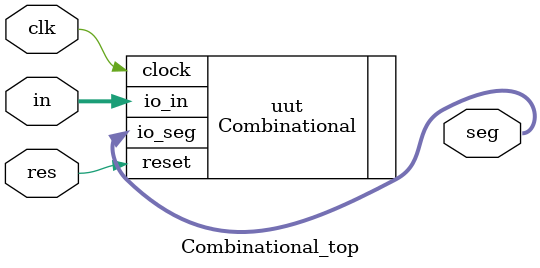
<source format=v>
/* Minimal top level for the Chisel Hello World.
  Wire reset to 0. */

module Combinational_top(
  input clk, 
  input res,
  input [3:0] in,
  output [7:0] seg);

  Combinational uut(
    .clock(clk), 
    .reset(res),
    .io_in(in),
    .io_seg(seg));
endmodule

</source>
